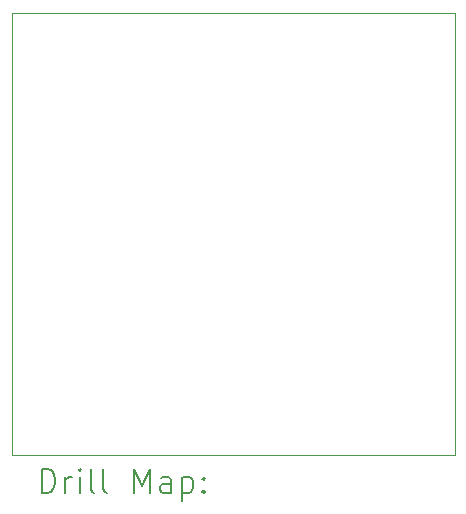
<source format=gbr>
%TF.GenerationSoftware,KiCad,Pcbnew,(6.0.8-1)-1*%
%TF.CreationDate,2024-02-06T23:44:47-06:00*%
%TF.ProjectId,openmv_can_shield,6f70656e-6d76-45f6-9361-6e5f73686965,rev?*%
%TF.SameCoordinates,Original*%
%TF.FileFunction,Drillmap*%
%TF.FilePolarity,Positive*%
%FSLAX45Y45*%
G04 Gerber Fmt 4.5, Leading zero omitted, Abs format (unit mm)*
G04 Created by KiCad (PCBNEW (6.0.8-1)-1) date 2024-02-06 23:44:47*
%MOMM*%
%LPD*%
G01*
G04 APERTURE LIST*
%ADD10C,0.100000*%
%ADD11C,0.200000*%
G04 APERTURE END LIST*
D10*
X12279940Y-7967980D02*
X16029940Y-7967980D01*
X16029940Y-7967980D02*
X16029940Y-11717980D01*
X16029940Y-11717980D02*
X12279940Y-11717980D01*
X12279940Y-11717980D02*
X12279940Y-7967980D01*
D11*
X12532559Y-12033456D02*
X12532559Y-11833456D01*
X12580178Y-11833456D01*
X12608749Y-11842980D01*
X12627797Y-11862028D01*
X12637321Y-11881075D01*
X12646845Y-11919170D01*
X12646845Y-11947742D01*
X12637321Y-11985837D01*
X12627797Y-12004885D01*
X12608749Y-12023932D01*
X12580178Y-12033456D01*
X12532559Y-12033456D01*
X12732559Y-12033456D02*
X12732559Y-11900123D01*
X12732559Y-11938218D02*
X12742083Y-11919170D01*
X12751607Y-11909647D01*
X12770654Y-11900123D01*
X12789702Y-11900123D01*
X12856368Y-12033456D02*
X12856368Y-11900123D01*
X12856368Y-11833456D02*
X12846845Y-11842980D01*
X12856368Y-11852504D01*
X12865892Y-11842980D01*
X12856368Y-11833456D01*
X12856368Y-11852504D01*
X12980178Y-12033456D02*
X12961130Y-12023932D01*
X12951607Y-12004885D01*
X12951607Y-11833456D01*
X13084940Y-12033456D02*
X13065892Y-12023932D01*
X13056368Y-12004885D01*
X13056368Y-11833456D01*
X13313511Y-12033456D02*
X13313511Y-11833456D01*
X13380178Y-11976313D01*
X13446845Y-11833456D01*
X13446845Y-12033456D01*
X13627797Y-12033456D02*
X13627797Y-11928694D01*
X13618273Y-11909647D01*
X13599226Y-11900123D01*
X13561130Y-11900123D01*
X13542083Y-11909647D01*
X13627797Y-12023932D02*
X13608749Y-12033456D01*
X13561130Y-12033456D01*
X13542083Y-12023932D01*
X13532559Y-12004885D01*
X13532559Y-11985837D01*
X13542083Y-11966789D01*
X13561130Y-11957266D01*
X13608749Y-11957266D01*
X13627797Y-11947742D01*
X13723035Y-11900123D02*
X13723035Y-12100123D01*
X13723035Y-11909647D02*
X13742083Y-11900123D01*
X13780178Y-11900123D01*
X13799226Y-11909647D01*
X13808749Y-11919170D01*
X13818273Y-11938218D01*
X13818273Y-11995361D01*
X13808749Y-12014408D01*
X13799226Y-12023932D01*
X13780178Y-12033456D01*
X13742083Y-12033456D01*
X13723035Y-12023932D01*
X13903988Y-12014408D02*
X13913511Y-12023932D01*
X13903988Y-12033456D01*
X13894464Y-12023932D01*
X13903988Y-12014408D01*
X13903988Y-12033456D01*
X13903988Y-11909647D02*
X13913511Y-11919170D01*
X13903988Y-11928694D01*
X13894464Y-11919170D01*
X13903988Y-11909647D01*
X13903988Y-11928694D01*
M02*

</source>
